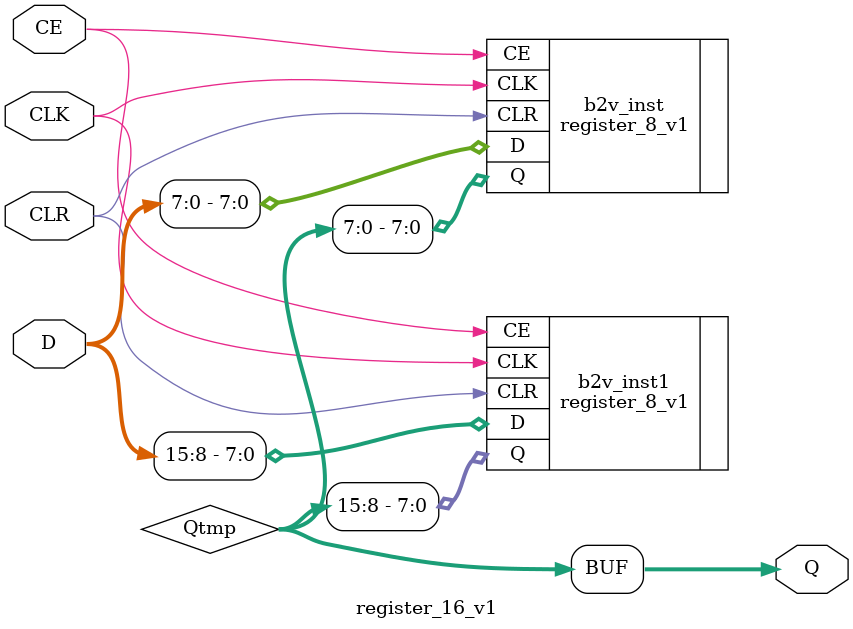
<source format=v>


module register_16_v1(
	CLK,
	CE,
	CLR,
	D,
	Q
);


input wire	CLK;
input wire	CE;
input wire	CLR;
input wire	[15:0] D;
output wire	[15:0] Q;

wire	[15:0] Qtmp;





register_8_v1	b2v_inst(
	.CLK(CLK),
	.CE(CE),
	.CLR(CLR),
	.D(D[7:0]),
	.Q(Qtmp[7:0]));


register_8_v1	b2v_inst1(
	.CLK(CLK),
	.CE(CE),
	.CLR(CLR),
	.D(D[15:8]),
	.Q(Qtmp[15:8]));

assign	Q = Qtmp;

endmodule

</source>
